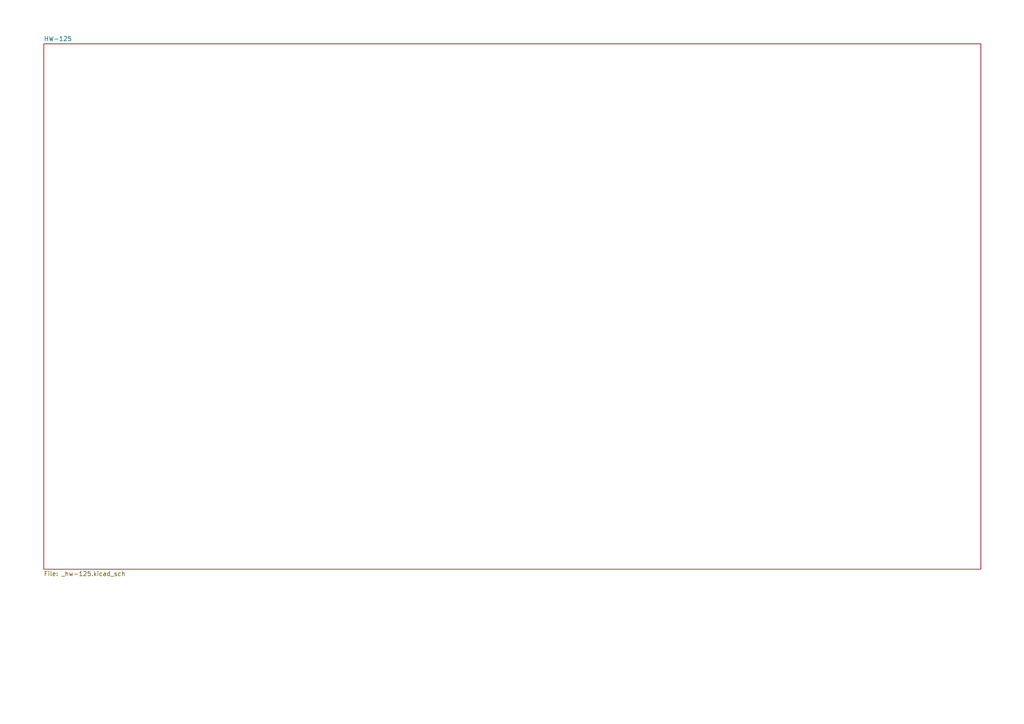
<source format=kicad_sch>
(kicad_sch (version 20211123) (generator eeschema)
  (paper "A4")
  (lib_symbols)
  (sheet (at 12.7 12.7) (size 271.78 152.4) (stroke (width 0.1524))
    (property "Sheet name" "HW-125" (at 12.7 11.9884 0) (effects (justify left bottom)))
    (property "Sheet file" "_hw-125.kicad_sch" (at 12.7 165.6846 0) (effects (justify left top)))
  )
)
</source>
